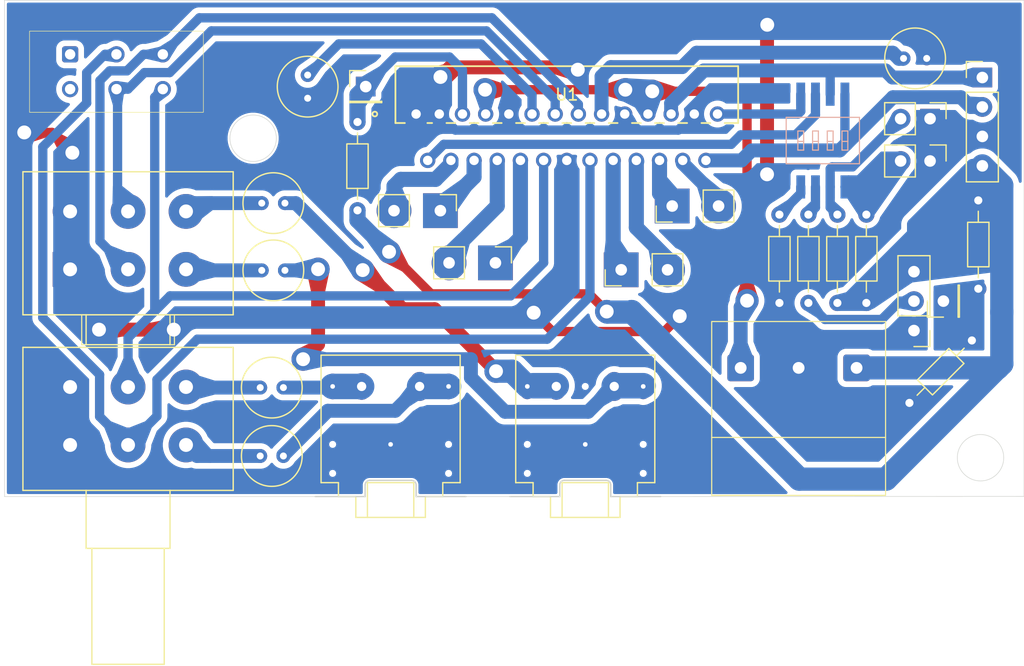
<source format=kicad_pcb>
(kicad_pcb (version 20241229) (generator "pcbnew") (generator_version "9.0")
  (layers (0 "F.Cu" signal) (2 "B.Cu" signal) (13 "F.Paste" user) (15 "B.Paste" user) (5 "F.SilkS" user "F.Silkscreen") (7 "B.SilkS" user "B.Silkscreen") (1 "F.Mask" user) (3 "B.Mask" user) (25 "Edge.Cuts" user))
  (net 0 "")
  (net 1 "GND")
  (net 2 "VCC")
  (net 3 "+5V")
  (net 4 "DTA")
  (net 5 "CLK")
  (net 6 "Net-(J9-Pin_2)")
  (net 7 "Net-(J10-Pin_2)")
  (net 8 "Net-(J11-Pin_2)")
  (net 9 "/3.2v")
  (net 10 "CD")
  (net 11 "Net-(R4-Pad1)")
  (net 12 "Net-(R7-Pad1)")
  (net 13 "Net-(U1-ACGND)")
  (net 14 "STBY")
  (net 15 "Out3-")
  (net 16 "Out1+")
  (net 17 "Out3+")
  (net 18 "Out2+")
  (net 19 "Out4+")
  (net 20 "Out1-")
  (net 21 "In4")
  (net 22 "Net-(U1-SVR)")
  (net 23 "In3")
  (net 24 "Out4-")
  (net 25 "SEL{slash}I2C")
  (net 26 "In1")
  (net 27 "Out2-")
  (net 28 "In2")
  (net 29 "Net-(C7-Pad2)")
  (net 30 "Net-(C6-Pad2)")
  (net 31 "Net-(C4-Pad2)")
  (net 32 "Net-(C5-Pad2)")
  (net 33 "Net-(C4-Pad1)")
  (net 34 "Net-(C5-Pad1)")
  (net 35 "Net-(C6-Pad1)")
  (net 36 "Net-(C7-Pad1)")
  (footprint "Connector_Audio:Jack_3.5mm_CUI_SJ1-3525N_Horizontal" (layer "F.Cu") (at 62.157 63.313)
    (property "Reference" "J6" (hide yes))
    (property "Value" "FB" (hide yes))
    (fp_line (start -2.2 3.5) (end -2.2 4.5) (stroke (width 0.12)) (layer "Edge.Cuts"))
    (fp_line (start -2.2 4.5) (end -6.5 4.5) (stroke (width 0.12)) (layer "Edge.Cuts"))
    (fp_line (start 1.8 3.1) (end -1.8 3.1) (stroke (width 0.12)) (layer "Edge.Cuts"))
    (fp_line (start 2.2 3.5) (end 2.2 4.5) (stroke (width 0.12)) (layer "Edge.Cuts"))
    (fp_line (start 2.2 4.5) (end 6.5 4.5) (stroke (width 0.12)) (layer "Edge.Cuts"))
    (fp_arc (start -2.2 3.5) (mid -2.082842 3.217158) (end -1.8 3.1) (stroke (width 0.12)) (layer "Edge.Cuts"))
    (fp_arc (start 1.8 3.1) (mid 2.082843 3.217157) (end 2.2 3.5) (stroke (width 0.12)) (layer "Edge.Cuts"))
    (pad "" np_thru_hole circle (at -5 0) (size 0.2 0.2) (drill 0.2) (layers "*.Cu" "*.Mask"))
    (pad "" np_thru_hole circle (at -5 2.5) (size 0.2 0.2) (drill 0.2) (layers "*.Cu" "*.Mask"))
    (pad "" np_thru_hole circle (at 0 -5) (size 0.2 0.2) (drill 0.2) (layers "*.Cu" "*.Mask"))
    (pad "" np_thru_hole circle (at 5 0) (size 0.2 0.2) (drill 0.2) (layers "*.Cu" "*.Mask"))
    (pad "" np_thru_hole circle (at 5 2.5) (size 0.2 0.2) (drill 0.2) (layers "*.Cu" "*.Mask"))
    (pad "R" thru_hole oval (at -5 -5) (size 1.2 2.2) (drill 0.4) (layers "*.Cu" "*.Mask") (net 29 "Net-(C7-Pad2)"))
    (pad "RN" thru_hole oval (at -2.5 -5) (size 1.6 2.3) (drill 0.8) (layers "*.Cu" "*.Mask") (net 29 "Net-(C7-Pad2)"))
    (pad "S" thru_hole oval (at 0 0) (size 2.2 1.2) (drill 0.4) (layers "*.Cu" "*.Mask") (net 1 "GND"))
    (pad "T" thru_hole oval (at 5 -5 180) (size 1.2 2.2) (drill 0.4) (layers "*.Cu" "*.Mask") (net 30 "Net-(C6-Pad2)"))
    (pad "TN" thru_hole oval (at 2.5 -5 180) (size 1.6 2.5) (drill 0.8) (layers "*.Cu" "*.Mask") (net 30 "Net-(C6-Pad2)"))
  )
  (footprint "footprints:FLEXIWATT27_VERTICAL_STM" (layer "F.Cu") (at 64.357 34.813)
    (property "Reference" "U1" (at 13 -1.6759 0) (layer "F.SilkS"))
    (property "Value" "TDA75610LV")
    (pad "1" thru_hole rect (at 0 0) (size 1.3208 1.3208) (drill 0.8128) (layers "*.Cu" "*.Mask") (net 1 "GND"))
    (pad "2" thru_hole circle (at 1.000001 4) (size 1.3208 1.3208) (drill 0.8128) (layers "*.Cu" "*.Mask") (net 14 "STBY"))
    (pad "3" thru_hole circle (at 2.000001 0) (size 1.3208 1.3208) (drill 0.8128) (layers "*.Cu" "*.Mask") (net 1 "GND"))
    (pad "4" thru_hole circle (at 2.999999 4) (size 1.3208 1.3208) (drill 0.8128) (layers "*.Cu" "*.Mask") (net 27 "Out2-"))
    (pad "5" thru_hole circle (at 4 0) (size 1.3208 1.3208) (drill 0.8128) (layers "*.Cu" "*.Mask") (net 10 "CD"))
    (pad "6" thru_hole circle (at 5 4) (size 1.3208 1.3208) (drill 0.8128) (layers "*.Cu" "*.Mask") (net 18 "Out2+"))
    (pad "7" thru_hole circle (at 6.000001 0) (size 1.3208 1.3208) (drill 0.8128) (layers "*.Cu" "*.Mask") (net 2 "VCC"))
    (pad "8" thru_hole circle (at 7.000001 4) (size 1.3208 1.3208) (drill 0.8128) (layers "*.Cu" "*.Mask") (net 20 "Out1-"))
    (pad "9" thru_hole circle (at 7.999999 0) (size 1.3208 1.3208) (drill 0.8128) (layers "*.Cu" "*.Mask") (net 1 "GND"))
    (pad "10" thru_hole circle (at 9 4) (size 1.3208 1.3208) (drill 0.8128) (layers "*.Cu" "*.Mask") (net 16 "Out1+"))
    (pad "11" thru_hole circle (at 10 0) (size 1.3208 1.3208) (drill 0.8128) (layers "*.Cu" "*.Mask") (net 22 "Net-(U1-SVR)"))
    (pad "12" thru_hole circle (at 11.000001 4) (size 1.3208 1.3208) (drill 0.8128) (layers "*.Cu" "*.Mask") (net 26 "In1"))
    (pad "13" thru_hole circle (at 12.000002 0) (size 1.3208 1.3208) (drill 0.8128) (layers "*.Cu" "*.Mask") (net 28 "In2"))
    (pad "14" thru_hole circle (at 13 4) (size 1.3208 1.3208) (drill 0.8128) (layers "*.Cu" "*.Mask") (net 1 "GND"))
    (pad "15" thru_hole circle (at 14 0) (size 1.3208 1.3208) (drill 0.8128) (layers "*.Cu" "*.Mask") (net 21 "In4"))
    (pad "16" thru_hole circle (at 15.000001 4) (size 1.3208 1.3208) (drill 0.8128) (layers "*.Cu" "*.Mask") (net 23 "In3"))
    (pad "17" thru_hole circle (at 16.000001 0) (size 1.3208 1.3208) (drill 0.8128) (layers "*.Cu" "*.Mask") (net 13 "Net-(U1-ACGND)"))
    (pad "18" thru_hole circle (at 17.000002 4) (size 1.3208 1.3208) (drill 0.8128) (layers "*.Cu" "*.Mask") (net 17 "Out3+"))
    (pad "19" thru_hole circle (at 18 0) (size 1.3208 1.3208) (drill 0.8128) (layers "*.Cu" "*.Mask") (net 1 "GND"))
    (pad "20" thru_hole circle (at 19 4) (size 1.3208 1.3208) (drill 0.8128) (layers "*.Cu" "*.Mask") (net 15 "Out3-"))
    (pad "21" thru_hole circle (at 20.000001 0) (size 1.3208 1.3208) (drill 0.8128) (layers "*.Cu" "*.Mask") (net 2 "VCC"))
    (pad "22" thru_hole circle (at 21.000001 4) (size 1.3208 1.3208) (drill 0.8128) (layers "*.Cu" "*.Mask") (net 19 "Out4+"))
    (pad "23" thru_hole circle (at 22.000002 0) (size 1.3208 1.3208) (drill 0.8128) (layers "*.Cu" "*.Mask") (net 5 "CLK"))
    (pad "24" thru_hole circle (at 23 4) (size 1.3208 1.3208) (drill 0.8128) (layers "*.Cu" "*.Mask") (net 24 "Out4-"))
    (pad "25" thru_hole circle (at 24 0) (size 1.3208 1.3208) (drill 0.8128) (layers "*.Cu" "*.Mask") (net 1 "GND"))
    (pad "26" thru_hole circle (at 25.000001 4) (size 1.3208 1.3208) (drill 0.8128) (layers "*.Cu" "*.Mask") (net 4 "DTA"))
    (pad "27" thru_hole circle (at 26.000001 0) (size 1.3208 1.3208) (drill 0.8128) (layers "*.Cu" "*.Mask") (net 25 "SEL{slash}I2C"))
  )
  (footprint "Potentiometer_THT:Potentiometer_Alps_RK163_Dual_Horizontal" (layer "F.Cu") (at 34.507 63.363 90)
    (property "Reference" "RV2" (hide yes))
    (property "Value" "50k")
    (pad "1" thru_hole rect (at 0 0 270) (size 3 3) (drill 1.2) (layers "*.Cu" "*.Mask") (net 1 "GND"))
    (pad "2" thru_hole circle (at 0 5 270) (size 3 3) (drill 1.2) (layers "*.Cu" "*.Mask") (net 23 "In3"))
    (pad "3" thru_hole circle (at 0 10 270) (size 3 3) (drill 1.2) (layers "*.Cu" "*.Mask") (net 35 "Net-(C6-Pad1)"))
    (pad "4" thru_hole circle (at 5 0 270) (size 3 3) (drill 1.2) (layers "*.Cu" "*.Mask") (net 1 "GND"))
    (pad "5" thru_hole circle (at 5 5 270) (size 3 3) (drill 1.2) (layers "*.Cu" "*.Mask") (net 26 "In1"))
    (pad "6" thru_hole circle (at 5 10 270) (size 3 3) (drill 1.2) (layers "*.Cu" "*.Mask") (net 36 "Net-(C7-Pad1)"))
  )
  (footprint "Connector_PinHeader_2.54mm:PinHeader_1x03_P2.54mm_Vertical" (layer "F.Cu") (at 107.307 53.493 180)
    (property "Reference" "J11" (hide yes))
    (property "Value" "ADSEL-STBY" (hide yes))
    (pad "1" thru_hole rect (at 0 0 180) (size 1.7 1.7) (drill 1) (layers "*.Cu" "*.Mask") (net 1 "GND"))
    (pad "2" thru_hole circle (at 0 2.54 180) (size 1.7 1.7) (drill 1) (layers "*.Cu" "*.Mask") (net 8 "Net-(J11-Pin_2)"))
    (pad "3" thru_hole circle (at 0 5.08 180) (size 1.7 1.7) (drill 1) (layers "*.Cu" "*.Mask") (net 3 "+5V"))
  )
  (footprint "Connector_PinHeader_2.54mm:PinHeader_1x01_P2.54mm_Vertical" (layer "F.Cu") (at 109.847 50.953 90)
    (property "Reference" "J12" (hide yes))
    (property "Value" "ADSEL-STBY-Mute" (hide yes))
    (pad "1" thru_hole rect (at 0 0 90) (size 1.7 1.7) (drill 1) (layers "*.Cu" "*.Mask") (net 9 "/3.2v"))
  )
  (footprint "Resistor_THT:R_Axial_DIN0204_L3.6mm_D1.6mm_P7.62mm_Horizontal" (layer "F.Cu") (at 100.7 43.49 -90)
    (property "Reference" "R9" (hide yes))
    (property "Value" "1k" (hide yes))
    (pad "1" thru_hole circle (at 0 0 270) (size 1.4 1.4) (drill 0.7) (layers "*.Cu" "*.Mask") (net 6 "Net-(J9-Pin_2)"))
    (pad "2" thru_hole circle (at 7.62 0 270) (size 1.4 1.4) (drill 0.7) (layers "*.Cu" "*.Mask") (net 3 "+5V"))
  )
  (footprint "Resistor_THT:R_Axial_DIN0204_L3.6mm_D1.6mm_P7.62mm_Horizontal" (layer "F.Cu") (at 98.2 43.49 -90)
    (property "Reference" "R4" (hide yes))
    (property "Value" "10k" (hide yes))
    (pad "1" thru_hole circle (at 0 0 270) (size 1.4 1.4) (drill 0.7) (layers "*.Cu" "*.Mask") (net 11 "Net-(R4-Pad1)"))
    (pad "2" thru_hole circle (at 7.62 0 270) (size 1.4 1.4) (drill 0.7) (layers "*.Cu" "*.Mask") (net 8 "Net-(J11-Pin_2)"))
  )
  (footprint "Connector_Audio:Jack_3.5mm_CUI_SJ1-3525N_Horizontal" (layer "F.Cu") (at 78.95 63.313)
    (property "Reference" "J7" (hide yes))
    (property "Value" "RL" (hide yes))
    (fp_line (start -2.2 3.5) (end -2.2 4.5) (stroke (width 0.12)) (layer "Edge.Cuts"))
    (fp_line (start -2.2 4.5) (end -6.5 4.5) (stroke (width 0.12)) (layer "Edge.Cuts"))
    (fp_line (start 1.8 3.1) (end -1.8 3.1) (stroke (width 0.12)) (layer "Edge.Cuts"))
    (fp_line (start 2.2 3.5) (end 2.2 4.5) (stroke (width 0.12)) (layer "Edge.Cuts"))
    (fp_line (start 2.2 4.5) (end 6.5 4.5) (stroke (width 0.12)) (layer "Edge.Cuts"))
    (fp_arc (start -2.2 3.5) (mid -2.082842 3.217158) (end -1.8 3.1) (stroke (width 0.12)) (layer "Edge.Cuts"))
    (fp_arc (start 1.8 3.1) (mid 2.082843 3.217157) (end 2.2 3.5) (stroke (width 0.12)) (layer "Edge.Cuts"))
    (pad "" np_thru_hole circle (at -5 0) (size 0.2 0.2) (drill 0.2) (layers "*.Cu" "*.Mask"))
    (pad "" np_thru_hole circle (at -5 2.5) (size 0.2 0.2) (drill 0.2) (layers "*.Cu" "*.Mask"))
    (pad "" np_thru_hole circle (at 0 -5) (size 0.2 0.2) (drill 0.2) (layers "*.Cu" "*.Mask"))
    (pad "" np_thru_hole circle (at 5 0) (size 0.2 0.2) (drill 0.2) (layers "*.Cu" "*.Mask"))
    (pad "" np_thru_hole circle (at 5 2.5) (size 0.2 0.2) (drill 0.2) (layers "*.Cu" "*.Mask"))
    (pad "R" thru_hole oval (at -5 -5) (size 1.2 2.2) (drill 0.4) (layers "*.Cu" "*.Mask") (net 31 "Net-(C4-Pad2)"))
    (pad "RN" thru_hole oval (at -2.5 -5) (size 1.6 2.3) (drill 0.8) (layers "*.Cu" "*.Mask") (net 31 "Net-(C4-Pad2)"))
    (pad "S" thru_hole oval (at 0 0) (size 2.2 1.2) (drill 0.4) (layers "*.Cu" "*.Mask") (net 1 "GND"))
    (pad "T" thru_hole oval (at 5 -5 180) (size 1.2 2.2) (drill 0.4) (layers "*.Cu" "*.Mask") (net 32 "Net-(C5-Pad2)"))
    (pad "TN" thru_hole oval (at 2.5 -5 180) (size 1.6 2.5) (drill 0.8) (layers "*.Cu" "*.Mask") (net 32 "Net-(C5-Pad2)"))
  )
  (footprint "Connectors:PinHeader_1x02_P4mm_Vertical" (layer "F.Cu") (at 66.45 43.15 -90)
    (property "Reference" "J3" (hide yes))
    (property "Value" "Output1" (hide yes))
    (pad "1" thru_hole rect (at 0 0 270) (size 3 3) (drill 1) (layers "*.Cu" "*.Mask") (net 18 "Out2+"))
    (pad "2" thru_hole circle (at 0 4 270) (size 3 3) (drill 1) (layers "*.Cu" "*.Mask") (net 27 "Out2-"))
  )
  (footprint "Connectors:PinHeader_1x02_P4mm_Vertical" (layer "F.Cu") (at 71.2 47.65 -90)
    (property "Reference" "J2" (hide yes))
    (property "Value" "Output1" (hide yes))
    (pad "1" thru_hole rect (at 0 0 270) (size 3 3) (drill 1) (layers "*.Cu" "*.Mask") (net 16 "Out1+"))
    (pad "2" thru_hole circle (at 0 4 270) (size 3 3) (drill 1) (layers "*.Cu" "*.Mask") (net 20 "Out1-"))
  )
  (footprint "Resistor_THT:R_Axial_DIN0204_L3.6mm_D1.6mm_P7.62mm_Horizontal" (layer "F.Cu") (at 106.915924 59.734077 45)
    (property "Reference" "R5" (hide yes))
    (property "Value" "1k")
    (pad "1" thru_hole circle (at 0 0 45) (size 1.4 1.4) (drill 0.7) (layers "*.Cu" "*.Mask") (net 1 "GND"))
    (pad "2" thru_hole circle (at 7.62 0 45) (size 1.4 1.4) (drill 0.7) (layers "*.Cu" "*.Mask") (net 9 "/3.2v"))
  )
  (footprint "Connector_PinHeader_2.54mm:PinHeader_1x04_P2.54mm_Vertical" (layer "F.Cu") (at 113.207 31.663)
    (property "Reference" "J8" (hide yes))
    (property "Value" "I2C")
    (pad "1" thru_hole rect (at 0 0) (size 1.7 1.7) (drill 1) (layers "*.Cu" "*.Mask") (net 5 "CLK"))
    (pad "2" thru_hole circle (at 0 2.54) (size 1.7 1.7) (drill 1) (layers "*.Cu" "*.Mask") (net 4 "DTA"))
    (pad "3" thru_hole circle (at 0 5.08) (size 1.7 1.7) (drill 1) (layers "*.Cu" "*.Mask") (net 1 "GND"))
    (pad "4" thru_hole circle (at 0 7.62) (size 1.7 1.7) (drill 1) (layers "*.Cu" "*.Mask") (net 3 "+5V"))
  )
  (footprint "Resistor_THT:R_Axial_DIN0204_L3.6mm_D1.6mm_P7.62mm_Horizontal" (layer "F.Cu") (at 95.7 43.49 -90)
    (property "Reference" "R7" (hide yes))
    (property "Value" "330" (hide yes))
    (pad "1" thru_hole circle (at 0 0 270) (size 1.4 1.4) (drill 0.7) (layers "*.Cu" "*.Mask") (net 12 "Net-(R7-Pad1)"))
    (pad "2" thru_hole circle (at 7.62 0 270) (size 1.4 1.4) (drill 0.7) (layers "*.Cu" "*.Mask") (net 1 "GND"))
  )
  (footprint "Connectors:PinHeader_1x02_P4mm_Vertical" (layer "F.Cu") (at 82.05 48.25 90)
    (property "Reference" "J4" (hide yes))
    (property "Value" "Output1" (hide yes))
    (pad "1" thru_hole rect (at 0 0 90) (size 3 3) (drill 1) (layers "*.Cu" "*.Mask") (net 17 "Out3+"))
    (pad "2" thru_hole circle (at 0 4 90) (size 3 3) (drill 1) (layers "*.Cu" "*.Mask") (net 15 "Out3-"))
  )
  (footprint "Capacitor_THT:C_Radial_D5.0mm_H7.0mm_P2.00mm" (layer "F.Cu") (at 50.907 64.313)
    (property "Reference" "C6" (hide yes))
    (property "Value" ".22u")
    (pad "1" thru_hole circle (at 0 0) (size 1.2 1.2) (drill 0.6) (layers "*.Cu" "*.Mask") (net 35 "Net-(C6-Pad1)"))
    (pad "2" thru_hole circle (at 2 0) (size 1.2 1.2) (drill 0.6) (layers "*.Cu" "*.Mask") (net 30 "Net-(C6-Pad2)"))
  )
  (footprint "Resistor_THT:R_Axial_DIN0204_L3.6mm_D1.6mm_P7.62mm_Horizontal" (layer "F.Cu") (at 112.857 42.263 -90)
    (property "Reference" "R6" (hide yes))
    (property "Value" "560")
    (pad "1" thru_hole circle (at 0 0 270) (size 1.4 1.4) (drill 0.7) (layers "*.Cu" "*.Mask") (net 3 "+5V"))
    (pad "2" thru_hole circle (at 7.62 0 270) (size 1.4 1.4) (drill 0.7) (layers "*.Cu" "*.Mask") (net 9 "/3.2v"))
  )
  (footprint "Capacitor_THT:C_Radial_D5.0mm_H7.0mm_P2.00mm" (layer "F.Cu") (at 51.040342 42.5)
    (property "Reference" "C4" (hide yes))
    (property "Value" ".22u" (hide yes))
    (pad "1" thru_hole circle (at 0 0) (size 1.2 1.2) (drill 0.6) (layers "*.Cu" "*.Mask") (net 33 "Net-(C4-Pad1)"))
    (pad "2" thru_hole circle (at 2 0) (size 1.2 1.2) (drill 0.6) (layers "*.Cu" "*.Mask") (net 31 "Net-(C4-Pad2)"))
  )
  (footprint "Connector_PinHeader_2.54mm:PinHeader_1x01_P2.54mm_Vertical" (layer "F.Cu") (at 60.008806 32.445509)
    (property "Reference" "J13" (hide yes))
    (property "Value" "Clip Detector Out" (hide yes))
    (pad "1" thru_hole rect (at 0 0) (size 1.7 1.7) (drill 1) (layers "*.Cu" "*.Mask") (net 10 "CD"))
  )
  (footprint "Capacitor_THT:C_Radial_D5.0mm_H7.0mm_P2.00mm" (layer "F.Cu") (at 50.907 58.413)
    (property "Reference" "C7" (hide yes))
    (property "Value" ".22u")
    (pad "1" thru_hole circle (at 0 0) (size 1.2 1.2) (drill 0.6) (layers "*.Cu" "*.Mask") (net 36 "Net-(C7-Pad1)"))
    (pad "2" thru_hole circle (at 2 0) (size 1.2 1.2) (drill 0.6) (layers "*.Cu" "*.Mask") (net 29 "Net-(C7-Pad2)"))
  )
  (footprint "Resistor_THT:R_Axial_DIN0204_L3.6mm_D1.6mm_P7.62mm_Horizontal" (layer "F.Cu") (at 59.3 43.12 90)
    (property "Reference" "R10" (hide yes))
    (property "Value" "47k")
    (pad "1" thru_hole circle (at 0 0 90) (size 1.4 1.4) (drill 0.7) (layers "*.Cu" "*.Mask") (net 3 "+5V"))
    (pad "2" thru_hole circle (at 7.62 0 90) (size 1.4 1.4) (drill 0.7) (layers "*.Cu" "*.Mask") (net 10 "CD"))
  )
  (footprint "Potentiometer_THT:Potentiometer_Alps_RK163_Dual_Horizontal" (layer "F.Cu") (at 34.507 48.213 90)
    (property "Reference" "RV1" (hide yes))
    (property "Value" "50k")
    (pad "1" thru_hole rect (at 0 0 270) (size 3 3) (drill 1.2) (layers "*.Cu" "*.Mask") (net 1 "GND"))
    (pad "2" thru_hole circle (at 0 5 270) (size 3 3) (drill 1.2) (layers "*.Cu" "*.Mask") (net 21 "In4"))
    (pad "3" thru_hole circle (at 0 10 270) (size 3 3) (drill 1.2) (layers "*.Cu" "*.Mask") (net 34 "Net-(C5-Pad1)"))
    (pad "4" thru_hole circle (at 5 0 270) (size 3 3) (drill 1.2) (layers "*.Cu" "*.Mask") (net 1 "GND"))
    (pad "5" thru_hole circle (at 5 5 270) (size 3 3) (drill 1.2) (layers "*.Cu" "*.Mask") (net 28 "In2"))
    (pad "6" thru_hole circle (at 5 10 270) (size 3 3) (drill 1.2) (layers "*.Cu" "*.Mask") (net 33 "Net-(C4-Pad1)"))
  )
  (footprint "Button_Switch_THT:SW_CK_JS202011CQN_DPDT_Straight" (layer "F.Cu") (at 34.507 29.663)
    (property "Reference" "SW1" (hide yes))
    (property "Value" "2C/4C")
    (pad "1" thru_hole roundrect (at 0 0) (size 1.4 1.4) (drill 0.9) (layers "*.Cu" "*.Mask") (roundrect_rratio 0.1785714286))
    (pad "2" thru_hole circle (at 4 0) (size 1.4 1.4) (drill 0.9) (layers "*.Cu" "*.Mask") (net 23 "In3"))
    (pad "3" thru_hole circle (at 8 0) (size 1.4 1.4) (drill 0.9) (layers "*.Cu" "*.Mask") (net 21 "In4"))
    (pad "4" thru_hole circle (at 8 3) (size 1.4 1.4) (drill 0.9) (layers "*.Cu" "*.Mask") (net 26 "In1"))
    (pad "5" thru_hole circle (at 4 3) (size 1.4 1.4) (drill 0.9) (layers "*.Cu" "*.Mask") (net 28 "In2"))
    (pad "6" thru_hole circle (at 0 3) (size 1.4 1.4) (drill 0.9) (layers "*.Cu" "*.Mask"))
  )
  (footprint "Capacitor_THT:C_Radial_D5.0mm_H7.0mm_P2.00mm" (layer "F.Cu") (at 106.407 30.013)
    (property "Reference" "C8" (hide yes))
    (property "Value" ".22u" (hide yes))
    (pad "1" thru_hole circle (at 0 0) (size 1.2 1.2) (drill 0.6) (layers "*.Cu" "*.Mask") (net 13 "Net-(U1-ACGND)"))
    (pad "2" thru_hole circle (at 2 0) (size 1.2 1.2) (drill 0.6) (layers "*.Cu" "*.Mask") (net 1 "GND"))
  )
  (footprint "Connectors:BlockTerminal_1x03_15mmx15mm_P5mm_Vertical" (layer "F.Cu") (at 92.357 56.713)
    (property "Reference" "J15" (hide yes))
    (property "Value" "Out")
    (pad "1" thru_hole roundrect (at 0 0 90) (size 2.3 2.3) (drill 1.02) (layers "*.Cu" "*.Mask") (roundrect_rratio 0.1086956522) (net 2 "VCC"))
    (pad "2" thru_hole roundrect (at 5 0 90) (size 2.3 2.3) (drill 1.02) (layers "*.Cu" "*.Mask") (roundrect_rratio 0.1923076923) (net 1 "GND"))
    (pad "3" thru_hole roundrect (at 10 0 90) (size 2.3 2.3) (drill 1.02) (layers "*.Cu" "*.Mask") (roundrect_rratio 0.1086956522) (net 3 "+5V"))
  )
  (footprint "Capacitor_THT:C_Radial_D5.0mm_H7.0mm_P2.00mm" (layer "F.Cu") (at 51.040342 48.3)
    (property "Reference" "C5" (hide yes))
    (property "Value" ".22u")
    (pad "1" thru_hole circle (at 0 0) (size 1.2 1.2) (drill 0.6) (layers "*.Cu" "*.Mask") (net 34 "Net-(C5-Pad1)"))
    (pad "2" thru_hole circle (at 2 0) (size 1.2 1.2) (drill 0.6) (layers "*.Cu" "*.Mask") (net 32 "Net-(C5-Pad2)"))
  )
  (footprint "Resistor_THT:R_Axial_DIN0204_L3.6mm_D1.6mm_P7.62mm_Horizontal" (layer "F.Cu") (at 103.2 43.49 -90)
    (property "Reference" "R8" (hide yes))
    (property "Value" "1k" (hide yes))
    (pad "1" thru_hole circle (at 0 0 270) (size 1.4 1.4) (drill 0.7) (layers "*.Cu" "*.Mask") (net 7 "Net-(J10-Pin_2)"))
    (pad "2" thru_hole circle (at 7.62 0 270) (size 1.4 1.4) (drill 0.7) (layers "*.Cu" "*.Mask") (net 3 "+5V"))
  )
  (footprint "Connectors:PinHeader_1x02_P4mm_Vertical" (layer "F.Cu") (at 86.45 42.75 90)
    (property "Reference" "J5" (hide yes))
    (property "Value" "Output1" (hide yes))
    (pad "1" thru_hole rect (at 0 0 90) (size 3 3) (drill 1) (layers "*.Cu" "*.Mask") (net 19 "Out4+"))
    (pad "2" thru_hole circle (at 0 4 90) (size 3 3) (drill 1) (layers "*.Cu" "*.Mask") (net 24 "Out4-"))
  )
  (footprint "Connector_PinHeader_2.54mm:PinHeader_1x02_P2.54mm_Vertical" (layer "F.Cu") (at 108.697 38.863 -90)
    (property "Reference" "J10" (hide yes))
    (property "Value" "ADSEL-Gain" (hide yes))
    (pad "1" thru_hole rect (at 0 0 270) (size 1.7 1.7) (drill 1) (layers "*.Cu" "*.Mask") (net 1 "GND"))
    (pad "2" thru_hole circle (at 0 2.54 270) (size 1.7 1.7) (drill 1) (layers "*.Cu" "*.Mask") (net 7 "Net-(J10-Pin_2)"))
  )
  (footprint "Connector_PinHeader_2.54mm:PinHeader_1x02_P2.54mm_Vertical" (layer "F.Cu") (at 108.697 35.213 -90)
    (property "Reference" "J9" (hide yes))
    (property "Value" "ADSEL-HE" (hide yes))
    (pad "1" thru_hole rect (at 0 0 270) (size 1.7 1.7) (drill 1) (layers "*.Cu" "*.Mask") (net 1 "GND"))
    (pad "2" thru_hole circle (at 0 2.54 270) (size 1.7 1.7) (drill 1) (layers "*.Cu" "*.Mask") (net 6 "Net-(J9-Pin_2)"))
  )
  (footprint "Capacitor_THT:C_Radial_D5.0mm_H7.0mm_P2.00mm" (layer "F.Cu") (at 55 31.45 -90)
    (property "Reference" "C3" (hide yes))
    (property "Value" "10u")
    (pad "1" thru_hole circle (at 0 0 270) (size 1.2 1.2) (drill 0.6) (layers "*.Cu" "*.Mask") (net 22 "Net-(U1-SVR)"))
    (pad "2" thru_hole circle (at 2 0 270) (size 1.2 1.2) (drill 0.6) (layers "*.Cu" "*.Mask") (net 1 "GND"))
  )
  (footprint "footprints:A6H-4101" (layer "B.Cu") (at 99.445 37.1 180)
    (property "Reference" "SW2" (hide yes))
    (property "Value" "Mode" (hide yes))
    (pad "1" smd rect (at -1.905 -4 180) (size 0.76 2) (layers "B.Cu" "B.Mask" "B.Paste") (net 7 "Net-(J10-Pin_2)"))
    (pad "2" smd rect (at -0.635 -4 180) (size 0.76 2) (layers "B.Cu" "B.Mask" "B.Paste") (net 6 "Net-(J9-Pin_2)"))
    (pad "3" smd rect (at 0.635 -4 180) (size 0.76 2) (layers "B.Cu" "B.Mask" "B.Paste") (net 11 "Net-(R4-Pad1)"))
    (pad "4" smd rect (at 1.905 -4 180) (size 0.76 2) (layers "B.Cu" "B.Mask" "B.Paste") (net 12 "Net-(R7-Pad1)"))
    (pad "5" smd rect (at 1.905 4 180) (size 0.76 2) (layers "B.Cu" "B.Mask" "B.Paste") (net 25 "SEL{slash}I2C"))
    (pad "6" smd rect (at 0.635 4 180) (size 0.76 2) (layers "B.Cu" "B.Mask" "B.Paste") (net 14 "STBY"))
    (pad "7" smd rect (at -0.635 4 180) (size 0.76 2) (layers "B.Cu" "B.Mask" "B.Paste") (net 5 "CLK"))
    (pad "8" smd rect (at -1.905 4 180) (size 0.76 2) (layers "B.Cu" "B.Mask" "B.Paste") (net 4 "DTA"))
  )
  (gr_poly (pts (xy 84.907 34.863) (xy 85.507 33.163) (xy 84.907 31.963) (xy 82.357 31.813) (xy 81.85143 33.54447) (xy 83.107 33.85) (xy 83.757 34.863)) (stroke (width 0.2)) (fill yes) (layer "B.Cu") (net 2))
  (gr_poly (pts (xy 107.141173 49.246667) (xy 113.9 48.4) (xy 114.45 40.7) (xy 112.5 40.25) (xy 109.55 42.55) (xy 100.65 51.7) (xy 103.35 51.7) (xy 103.845735 51.469245)) (stroke (width 0.2)) (fill yes) (layer "B.Cu") (net 3))
  (gr_poly (pts (xy 101.65 40.2) (xy 102.45 40.2) (xy 104.5 38.15) (xy 106.2 38.15) (xy 106.7 39.35) (xy 103.8 43.491) (xy 102.6 43.5) (xy 101.65 42.05)) (stroke (width 0.2)) (fill yes) (layer "B.Cu") (net 7))
  (gr_line (start 116.8 67.8) (end 116.8 25) (stroke (width 0.05)) (layer "Edge.Cuts"))
  (gr_line (start 116.8 25) (end 28.85 25) (stroke (width 0.05)) (layer "Edge.Cuts"))
  (gr_line (start 28.85 25) (end 28.85 67.813) (stroke (width 0.05)) (layer "Edge.Cuts"))
  (gr_line (start 28.85 67.813) (end 55.657 67.813) (stroke (width 0.05)) (layer "Edge.Cuts"))
  (gr_circle (center 50.297502 36.9) (end 52.297502 37) (stroke (width 0.05)) (fill no) (layer "Edge.Cuts"))
  (gr_circle (center 113.05 64.462498) (end 115.05 64.562498) (stroke (width 0.05)) (fill no) (layer "Edge.Cuts"))
  (gr_line (start 85.45 67.813) (end 116.8 67.8) (stroke (width 0.05)) (layer "Edge.Cuts"))
  (gr_line (start 68.657 67.813) (end 72.45 67.813) (stroke (width 0.05)) (layer "Edge.Cuts"))
  (segment (start 30.55 36.4) (end 32.95 36.4) (width 0.8) (layer "F.Cu") (net 1))
  (segment (start 37 53.413) (end 43.45 53.413) (width 1.2) (layer "F.Cu") (net 1))
  (segment (start 74.5 51.95) (end 76.126 53.576) (width 0.8) (layer "F.Cu") (net 1))
  (segment (start 94.65 27.113) (end 94.65 28.07) (width 1.2) (layer "F.Cu") (net 1))
  (segment (start 94.632 28.088) (end 94.632 40.013) (width 1.2) (layer "F.Cu") (net 1))
  (segment (start 66.457 31.617) (end 67.287 30.787) (width 1.2) (layer "F.Cu") (net 1))
  (segment (start 85.774 53.576) (end 87.1 52.25) (width 0.8) (layer "F.Cu") (net 1))
  (segment (start 78.106 30.787) (end 78.307 30.988) (width 1.2) (layer "F.Cu") (net 1))
  (segment (start 94.65 28.07) (end 94.632 28.088) (width 1.2) (layer "F.Cu") (net 1))
  (segment (start 32.95 36.4) (end 34.7 38.15) (width 0.8) (layer "F.Cu") (net 1))
  (segment (start 67.287 30.787) (end 78.106 30.787) (width 1.2) (layer "F.Cu") (net 1))
  (segment (start 76.126 53.576) (end 85.774 53.576) (width 0.8) (layer "F.Cu") (net 1))
  (via (at 37 53.413) (size 2) (drill 1.2) (layers "F.Cu" "B.Cu") (net 1))
  (via (at 74.5 51.95) (size 2) (drill 1.2) (layers "F.Cu" "B.Cu") (net 1))
  (via (at 30.55 36.4) (size 2) (drill 1.2) (layers "F.Cu" "B.Cu") (net 1))
  (via (at 87.1 52.25) (size 2) (drill 1.2) (layers "F.Cu" "B.Cu") (net 1))
  (via (at 94.632 40.013) (size 2) (drill 1.2) (layers "F.Cu" "B.Cu") (net 1))
  (via (at 43.45 53.413) (size 2) (drill 1.2) (layers "F.Cu" "B.Cu") (net 1))
  (via (at 94.65 27.113) (size 2) (drill 1.2) (layers "F.Cu" "B.Cu") (net 1))
  (via (at 78.307 30.988) (size 2) (drill 1.2) (layers "F.Cu" "B.Cu") (net 1))
  (via (at 66.457 31.617) (size 2) (drill 1.2) (layers "F.Cu" "B.Cu") (net 1))
  (via (at 34.7 38.15) (size 2) (drill 1.2) (layers "F.Cu" "B.Cu") (net 1))
  (segment (start 66.357001 31.716999) (end 66.457 31.617) (width 1.2) (layer "B.Cu") (net 1))
  (segment (start 66.357001 34.813) (end 66.357001 31.716999) (width 1.2) (layer "B.Cu") (net 1))
  (segment (start 108.697 39.303) (end 108.707 39.313) (width 1.2) (layer "B.Cu") (net 1))
  (segment (start 66.357001 34.813) (end 67.743401 36.1994) (width 0.8) (layer "B.Cu") (net 1))
  (segment (start 58.6 37.05) (end 55 33.45) (width 0.8) (layer "B.Cu") (net 1))
  (segment (start 64.357 34.813) (end 66.357001 34.813) (width 1.2) (layer "B.Cu") (net 1))
  (segment (start 86.9706 36.1994) (end 88.357 34.813) (width 0.8) (layer "B.Cu") (net 1))
  (segment (start 62.12 37.05) (end 58.6 37.05) (width 0.8) (layer "B.Cu") (net 1))
  (segment (start 94.607 40.363) (end 94.607 40.038) (width 1.2) (layer "B.Cu") (net 1))
  (segment (start 94.607 40.038) (end 94.632 40.013) (width 1.2) (layer "B.Cu") (net 1))
  (segment (start 67.743401 36.1994) (end 86.9706 36.1994) (width 0.8) (layer "B.Cu") (net 1))
  (segment (start 62.12 37.05) (end 64.357 34.813) (width 0.8) (layer "B.Cu") (net 1))
  (segment (start 92.907 32.850906) (end 92.907 50.913) (width 0.8) (layer "F.Cu") (net 2))
  (segment (start 82.407 32.713) (end 70.307 32.713) (width 0.8) (layer "F.Cu") (net 2))
  (segment (start 84.729569 32.850906) (end 92.907 32.850906) (width 0.8) (layer "F.Cu") (net 2))
  (via (at 70.307 32.713) (size 2) (drill 1.2) (layers "F.Cu" "B.Cu") (net 2))
  (via (at 82.407 32.713) (size 2) (drill 1.2) (layers "F.Cu" "B.Cu") (net 2))
  (via (at 84.729569 32.850906) (size 2) (drill 1.2) (layers "F.Cu" "B.Cu") (net 2))
  (via (at 92.907 50.913) (size 2) (drill 1.2) (layers "F.Cu" "B.Cu") (net 2))
  (segment (start 84.407 34.763001) (end 84.357001 34.813) (width 0.8) (layer "B.Cu") (net 2))
  (segment (start 92.357 56.713) (end 92.357 51.463) (width 1.2) (layer "B.Cu") (net 2))
  (segment (start 82.407 32.713) (end 84.591663 32.713) (width 0.8) (layer "B.Cu") (net 2))
  (segment (start 70.357001 32.763001) (end 70.307 32.713) (width 0.8) (layer "B.Cu") (net 2))
  (segment (start 84.591663 32.713) (end 84.729569 32.850906) (width 0.8) (layer "B.Cu") (net 2))
  (segment (start 84.407 34.713) (end 84.407 34.763001) (width 0.8) (layer "B.Cu") (net 2))
  (segment (start 84.357001 34.813) (end 84.357001 33.223474) (width 0.8) (layer "B.Cu") (net 2))
  (segment (start 84.357001 33.223474) (end 84.729569 32.850906) (width 0.8) (layer "B.Cu") (net 2))
  (segment (start 82.407 32.713) (end 84.407 34.713) (width 0.8) (layer "B.Cu") (net 2))
  (segment (start 92.357 51.463) (end 92.907 50.913) (width 1.2) (layer "B.Cu") (net 2))
  (segment (start 70.357001 34.813) (end 70.357001 32.763001) (width 0.8) (layer "B.Cu") (net 2))
  (segment (start 79.274 50.324) (end 65.648 50.324) (width 0.8) (layer "F.Cu") (net 3))
  (segment (start 65.648 50.324) (end 62.024 46.7) (width 0.8) (layer "F.Cu") (net 3))
  (segment (start 80.8 51.85) (end 79.274 50.324) (width 0.8) (layer "F.Cu") (net 3))
  (via (at 80.8 51.85) (size 2) (drill 1.2) (layers "F.Cu" "B.Cu") (net 3))
  (via (at 62.024 46.7) (size 2) (drill 1.2) (layers "F.Cu" "B.Cu") (net 3))
  (segment (start 107.307 44.363) (end 112.387 39.283) (width 1.2) (layer "B.Cu") (net 3))
  (segment (start 105.897 48.413) (end 107.307 48.413) (width 0.8) (layer "B.Cu") (net 3))
  (segment (start 114.85 56.36) (end 104.898 66.312) (width 2) (layer "B.Cu") (net 3))
  (segment (start 113.207 39.283) (end 101.38 51.11) (width 1.2) (layer "B.Cu") (net 3))
  (segment (start 59.3 43.12) (end 59.3 43.976) (width 1.4) (layer "B.Cu") (net 3))
  (segment (start 82.9 51.9) (end 80.85 51.9) (width 2) (layer "B.Cu") (net 3))
  (segment (start 112.387 39.283) (end 113.207 39.283) (width 1.2) (layer "B.Cu") (net 3))
  (segment (start 112.857 39.633) (end 113.207 39.283) (width 0.8) (layer "B.Cu") (net 3))
  (segment (start 82.95 51.85) (end 82.9 51.9) (width 2) (layer "B.Cu") (net 3))
  (segment (start 107.307 48.413) (end 107.307 44.363) (width 1.2) (layer "B.Cu") (net 3))
  (segment (start 114.883 40.959) (end 114.883 56.36) (width 2) (layer "B.Cu") (net 3))
  (segment (start 80.85 51.9) (end 80.8 51.85) (width 2) (layer "B.Cu") (net 3))
  (segment (start 113.357 39.433) (end 113.207 39.283) (width 1.2) (layer "B.Cu") (net 3))
  (segment (start 101.38 51.11) (end 100.7 51.11) (width 1.2) (layer "B.Cu") (net 3))
  (segment (start 114.883 56.36) (end 114.85 56.36) (width 2) (layer "B.Cu") (net 3))
  (segment (start 104.898 66.312) (end 97.412 66.312) (width 2) (layer "B.Cu") (net 3))
  (segment (start 114.53 56.713) (end 102.357 56.713) (width 2) (layer "B.Cu") (net 3))
  (segment (start 100.7 51.11) (end 103.2 51.11) (width 0.8) (layer "B.Cu") (net 3))
  (segment (start 59.3 43.976) (end 62.024 46.7) (width 1.4) (layer "B.Cu") (net 3))
  (segment (start 97.412 66.312) (end 82.95 51.85) (width 2) (layer "B.Cu") (net 3))
  (segment (start 103.2 51.11) (end 105.897 48.413) (width 0.8) (layer "B.Cu") (net 3))
  (segment (start 114.883 56.36) (end 114.53 56.713) (width 2) (layer "B.Cu") (net 3))
  (segment (start 112.857 42.263) (end 112.857 39.633) (width 0.8) (layer "B.Cu") (net 3))
  (segment (start 114.883 51.942197) (end 114.883 51.85) (width 2) (layer "B.Cu") (net 3))
  (segment (start 113.207 39.283) (end 114.883 40.959) (width 2) (layer "B.Cu") (net 3))
  (segment (start 101.454178 37.404178) (end 105.495356 33.363) (width 1.2) (layer "B.Cu") (net 4))
  (segment (start 105.495356 33.363) (end 111.355 33.363) (width 1.2) (layer "B.Cu") (net 4))
  (segment (start 92.44 38.813) (end 93.303 37.95) (width 1.2) (layer "B.Cu") (net 4))
  (segment (start 89.357001 38.813) (end 92.44 38.813) (width 1.2) (layer "B.Cu") (net 4))
  (segment (start 101.35 37.3) (end 101.454178 37.404178) (width 0.8) (layer "B.Cu") (net 4))
  (segment (start 113.207 34.203) (end 112.195 34.203) (width 1.2) (layer "B.Cu") (net 4))
  (segment (start 101.35 33.1) (end 101.35 37.3) (width 0.8) (layer "B.Cu") (net 4))
  (segment (start 112.195 34.203) (end 111.355 33.363) (width 1.2) (layer "B.Cu") (net 4))
  (segment (start 100.908356 37.95) (end 101.454178 37.404178) (width 1.2) (layer "B.Cu") (net 4))
  (segment (start 93.303 37.95) (end 100.908356 37.95) (width 1.2) (layer "B.Cu") (net 4))
  (segment (start 86.357002 34.813) (end 86.357002 33.879054) (width 1.2) (layer "B.Cu") (net 5))
  (segment (start 86.357002 33.879054) (end 89.186056 31.05) (width 1.2) (layer "B.Cu") (net 5))
  (segment (start 105.463 31.663) (end 113.207 31.663) (width 1.2) (layer "B.Cu") (net 5))
  (segment (start 113.006 31.462) (end 113.207 31.663) (width 0.8) (layer "B.Cu") (net 5))
  (segment (start 100.05 31.05) (end 104.85 31.05) (width 1.2) (layer "B.Cu") (net 5))
  (segment (start 100.08 31.08) (end 100.05 31.05) (width 0.8) (layer "B.Cu") (net 5))
  (segment (start 89.186056 31.05) (end 100.05 31.05) (width 1.2) (layer "B.Cu") (net 5))
  (segment (start 100.08 33.1) (end 100.08 31.08) (width 0.8) (layer "B.Cu") (net 5))
  (segment (start 104.85 31.05) (end 105.463 31.663) (width 1.2) (layer "B.Cu") (net 5))
  (segment (start 101.996 39.374) (end 106.157 35.213) (width 0.8) (layer "B.Cu") (net 6))
  (segment (start 100.244 39.374) (end 101.996 39.374) (width 0.8) (layer "B.Cu") (net 6))
  (segment (start 100.08 41.1) (end 100.08 42.87) (width 0.8) (layer "B.Cu") (net 6))
  (segment (start 100.08 39.538) (end 100.244 39.374) (width 0.8) (layer "B.Cu") (net 6))
  (segment (start 100.08 41.1) (end 100.08 39.538) (width 0.8) (layer "B.Cu") (net 6))
  (segment (start 100.08 42.87) (end 100.7 43.49) (width 0.8) (layer "B.Cu") (net 6))
  (segment (start 101.35 41.1) (end 102.48 41.1) (width 0.8) (layer "B.Cu") (net 7))
  (segment (start 103.2 43.49) (end 103.2 41.82) (width 0.8) (layer "B.Cu") (net 7))
  (segment (start 102.48 41.1) (end 103.2 41.82) (width 0.8) (layer "B.Cu") (net 7))
  (segment (start 103.2 41.82) (end 106.157 38.863) (width 0.8) (layer "B.Cu") (net 7))
  (segment (start 99.626 52.536) (end 104.521919 52.536) (width 0.8) (layer "B.Cu") (net 8))
  (segment (start 98.2 51.11) (end 99.626 52.536) (width 0.8) (layer "B.Cu") (net 8))
  (segment (start 106.104919 50.953) (end 107.307 50.953) (width 0.8) (layer "B.Cu") (net 8))
  (segment (start 104.521919 52.536) (end 106.104919 50.953) (width 0.8) (layer "B.Cu") (net 8))
  (segment (start 110.057 51.163) (end 109.847 50.953) (width 1.2) (layer "B.Cu") (net 9))
  (segment (start 68.357 34.813) (end 68.357 31.013) (width 0.8) (layer "B.Cu") (net 10))
  (segment (start 67.236 29.892) (end 62.562315 29.892) (width 0.8) (layer "B.Cu") (net 10))
  (segment (start 59.3 35.5) (end 59.3 33.154315) (width 1.4) (layer "B.Cu") (net 10))
  (segment (start 68.357 31.013) (end 67.236 29.892) (width 0.8) (layer "B.Cu") (net 10))
  (segment (start 59.3 33.154315) (end 60.008806 32.445509) (width 1.4) (layer "B.Cu") (net 10))
  (segment (start 62.562315 29.892) (end 60.009513 32.444802) (width 0.8) (layer "B.Cu") (net 10))
  (segment (start 98.81 42.88) (end 98.2 43.49) (width 0.8) (layer "B.Cu") (net 11))
  (segment (start 98.81 41.1) (end 98.81 42.88) (width 0.8) (layer "B.Cu") (net 11))
  (segment (start 97.54 41.1) (end 97.54 41.65) (width 0.8) (layer "B.Cu") (net 12))
  (segment (start 97.54 41.65) (end 95.7 43.49) (width 0.8) (layer "B.Cu") (net 12))
  (segment (start 87.314966 30.763) (end 88.553966 29.524) (width 1.2) (layer "B.Cu") (net 13))
  (segment (start 106.00809 30.05) (end 106.37 30.05) (width 1.2) (layer "B.Cu") (net 13))
  (segment (start 88.553966 29.524) (end 105.48209 29.524) (width 1.2) (layer "B.Cu") (net 13))
  (segment (start 106.37 30.05) (end 106.407 30.013) (width 1.2) (layer "B.Cu") (net 13))
  (segment (start 105.48209 29.524) (end 106.00809 30.05) (width 1.2) (layer "B.Cu") (net 13))
  (segment (start 81.157001 30.763) (end 87.314966 30.763) (width 1.2) (layer "B.Cu") (net 13))
  (segment (start 80.357001 31.563) (end 81.157001 30.763) (width 1.2) (layer "B.Cu") (net 13))
  (segment (start 80.357001 34.813) (end 80.357001 31.563) (width 1.2) (layer "B.Cu") (net 13))
  (segment (start 92.359 36.611) (end 97.099 36.611) (width 0.8) (layer "B.Cu") (net 14))
  (segment (start 91.5434 37.4266) (end 66.743401 37.4266) (width 0.8) (layer "B.Cu") (net 14))
  (segment (start 91.5434 37.4266) (end 92.359 36.611) (width 0.8) (layer "B.Cu") (net 14))
  (segment (start 97.099 36.611) (end 98.81 34.9) (width 0.8) (layer "B.Cu") (net 14))
  (segment (start 66.743401 37.4266) (end 65.357001 38.813) (width 0.8) (layer "B.Cu") (net 14))
  (segment (start 98.81 34.9) (end 98.81 33.1) (width 0.8) (layer "B.Cu") (net 14))
  (segment (start 83.357 44.609) (end 83.357 38.813) (width 1.3) (layer "B.Cu") (net 15))
  (segment (start 86.05 47.302) (end 83.357 44.609) (width 1.3) (layer "B.Cu") (net 15))
  (segment (start 86.05 48.25) (end 86.05 47.302) (width 1.3) (layer "B.Cu") (net 15))
  (segment (start 83.447 38.903) (end 83.357 38.813) (width 1.2) (layer "B.Cu") (net 15))
  (segment (start 73.357 45.493) (end 71.2 47.65) (width 1.3) (layer "B.Cu") (net 16))
  (segment (start 73.357 38.813) (end 73.357 45.493) (width 1.3) (layer "B.Cu") (net 16))
  (segment (start 81.357002 47.557002) (end 82.05 48.25) (width 1.3) (layer "B.Cu") (net 17))
  (segment (start 81.357002 38.813) (end 81.357002 47.557002) (width 1.3) (layer "B.Cu") (net 17))
  (segment (start 69.357 40.243) (end 66.45 43.15) (width 1.3) (layer "B.Cu") (net 18))
  (segment (start 69.357 38.813) (end 69.357 40.243) (width 1.3) (layer "B.Cu") (net 18))
  (segment (start 69.407 38.863) (end 69.357 38.813) (width 1.2) (layer "B.Cu") (net 18))
  (segment (start 85.357001 38.813) (end 85.357001 41.657001) (width 1.3) (layer "B.Cu") (net 19))
  (segment (start 85.357001 41.657001) (end 86.45 42.75) (width 1.3) (layer "B.Cu") (net 19))
  (segment (start 67.2 46.9) (end 67.2 47.65) (width 1.3) (layer "B.Cu") (net 20))
  (segment (start 71.357001 42.742999) (end 67.2 46.9) (width 1.3) (layer "B.Cu") (net 20))
  (segment (start 71.357001 38.813) (end 71.357001 42.742999) (width 1.3) (layer "B.Cu") (net 20))
  (segment (start 67.2 47.65) (end 67.2 47.002) (width 1.2) (layer "B.Cu") (net 20))
  (segment (start 40.837 29.663) (end 42.507 29.663) (width 0.8) (layer "B.Cu") (net 21))
  (segment (start 37.081 31.924331) (end 37.916331 31.089) (width 0.8) (layer "B.Cu") (net 21))
  (segment (start 45.656 26.514) (end 42.507 29.663) (width 0.8) (layer "B.Cu") (net 21))
  (segment (start 78.357 34.813) (end 78.357 33.978192) (width 0.8) (layer "B.Cu") (net 21))
  (segment (start 37.081 45.787) (end 37.081 31.924331) (width 0.8) (layer "B.Cu") (net 21))
  (segment (start 39.411 31.089) (end 40.837 29.663) (width 0.8) (layer "B.Cu") (net 21))
  (segment (start 70.892808 26.514) (end 45.656 26.514) (width 0.8) (layer "B.Cu") (net 21))
  (segment (start 37.916331 31.089) (end 39.411 31.089) (width 0.8) (layer "B.Cu") (net 21))
  (segment (start 39.507 48.213) (end 37.081 45.787) (width 0.8) (layer "B.Cu") (net 21))
  (segment (start 78.357 33.978192) (end 70.892808 26.514) (width 0.8) (layer "B.Cu") (net 21))
  (segment (start 74.357 34.813) (end 74.357 33.163) (width 0.8) (layer "B.Cu") (net 22))
  (segment (start 74.357 33.163) (end 69.96 28.766) (width 0.8) (layer "B.Cu") (net 22))
  (segment (start 57.684 28.766) (end 55 31.45) (width 0.8) (layer "B.Cu") (net 22))
  (segment (start 69.96 28.766) (end 57.684 28.766) (width 0.8) (layer "B.Cu") (net 22))
  (segment (start 32.15 52.396933) (end 37.05 57.296933) (width 0.8) (layer "B.Cu") (net 23))
  (segment (start 35.933 33.867) (end 32.15 37.65) (width 0.8) (layer "B.Cu") (net 23))
  (segment (start 37.05 60.906) (end 39.507 63.363) (width 0.8) (layer "B.Cu") (net 23))
  (segment (start 42 60.87) (end 39.507 63.363) (width 0.8) (layer "B.Cu") (net 23))
  (segment (start 37.05 57.296933) (end 37.05 60.906) (width 0.8) (layer "B.Cu") (net 23))
  (segment (start 79.357001 50.542999) (end 75.663 54.237) (width 0.8) (layer "B.Cu") (net 23))
  (segment (start 42 57.72196) (end 42 60.87) (width 0.8) (layer "B.Cu") (net 23))
  (segment (start 75.663 54.237) (end 45.48496 54.237) (width 0.8) (layer "B.Cu") (net 23))
  (segment (start 32.15 37.65) (end 32.15 52.396933) (width 0.8) (layer "B.Cu") (net 23))
  (segment (start 35.933 31.247051) (end 35.933 33.867) (width 0.8) (layer "B.Cu") (net 23))
  (segment (start 45.48496 54.237) (end 42 57.72196) (width 0.8) (layer "B.Cu") (net 23))
  (segment (start 38.507 29.663) (end 37.517051 29.663) (width 0.8) (layer "B.Cu") (net 23))
  (segment (start 79.357001 38.813) (end 79.357001 50.542999) (width 0.8) (layer "B.Cu") (net 23))
  (segment (start 37.517051 29.663) (end 35.933 31.247051) (width 0.8) (layer "B.Cu") (net 23))
  (segment (start 90.45 42.149508) (end 87.357 39.056508) (width 1.2) (layer "B.Cu") (net 24))
  (segment (start 87.357 39.056508) (end 87.357 38.813) (width 1.2) (layer "B.Cu") (net 24))
  (segment (start 90.45 42.75) (end 90.45 42.149508) (width 1.2) (layer "B.Cu") (net 24))
  (segment (start 97.304596 34.813) (end 97.54 34.577596) (width 0.8) (layer "B.Cu") (net 25))
  (segment (start 90.357001 34.813) (end 97.304596 34.813) (width 0.8) (layer "B.Cu") (net 25))
  (segment (start 97.54 34.577596) (end 97.54 33.1) (width 0.8) (layer "B.Cu") (net 25))
  (segment (start 72.5 50.5) (end 43.129067 50.5) (width 0.8) (layer "B.Cu") (net 26))
  (segment (start 39.507 54.122067) (end 39.507 58.363) (width 0.8) (layer "B.Cu") (net 26))
  (segment (start 41.807 33.363) (end 41.807 51.822067) (width 0.8) (layer "B.Cu") (net 26))
  (segment (start 41.807 51.822067) (end 39.507 54.122067) (width 0.8) (layer "B.Cu") (net 26))
  (segment (start 75.357001 38.813) (end 75.357001 47.642999) (width 0.8) (layer "B.Cu") (net 26))
  (segment (start 75.357001 47.642999) (end 72.5 50.5) (width 0.8) (layer "B.Cu") (net 26))
  (segment (start 42.507 32.663) (end 41.807 33.363) (width 0.8) (layer "B.Cu") (net 26))
  (segment (start 43.129067 50.5) (end 41.807 51.822067) (width 0.8) (layer "B.Cu") (net 26))
  (segment (start 62.45 41.02868) (end 62.45 43.15) (width 1.3) (layer "B.Cu") (net 27))
  (segment (start 63.02928 40.4494) (end 62.45 41.02868) (width 1.3) (layer "B.Cu") (net 27))
  (segment (start 67.356999 39.127222) (end 66.034821 40.4494) (width 1.3) (layer "B.Cu") (net 27))
  (segment (start 66.034821 40.4494) (end 63.02928 40.4494) (width 1.3) (layer "B.Cu") (net 27))
  (segment (start 67.356999 38.813) (end 67.356999 39.127222) (width 1.3) (layer "B.Cu") (net 27))
  (segment (start 38.6 32.756) (end 38.507 32.663) (width 0.8) (layer "B.Cu") (net 28))
  (segment (start 70.426404 27.64) (end 46.694669 27.64) (width 0.8) (layer "B.Cu") (net 28))
  (segment (start 76.357002 33.570598) (end 70.426404 27.64) (width 0.8) (layer "B.Cu") (net 28))
  (segment (start 38.6 42.306) (end 38.6 32.756) (width 0.8) (layer "B.Cu") (net 28))
  (segment (start 76.357002 34.813) (end 76.357002 33.570598) (width 0.8) (layer "B.Cu") (net 28))
  (segment (start 46.694669 27.64) (end 43.097669 31.237) (width 0.8) (layer "B.Cu") (net 28))
  (segment (start 39.496949 32.663) (end 38.507 32.663) (width 0.8) (layer "B.Cu") (net 28))
  (segment (start 43.097669 31.237) (end 40.922949 31.237) (width 0.8) (layer "B.Cu") (net 28))
  (segment (start 40.922949 31.237) (end 39.496949 32.663) (width 0.8) (layer "B.Cu") (net 28))
  (segment (start 39.507 43.213) (end 38.6 42.306) (width 0.8) (layer "B.Cu") (net 28))
  (segment (start 57.057 58.413) (end 57.157 58.313) (width 1.2) (layer "B.Cu") (net 29))
  (segment (start 59.657 58.313) (end 57.157 58.313) (width 2.2) (layer "B.Cu") (net 29))
  (segment (start 52.907 58.413) (end 57.057 58.413) (width 1.2) (layer "B.Cu") (net 29))
  (segment (start 62.557 60.413) (end 56.737 60.413) (width 1.2) (layer "B.Cu") (net 30))
  (segment (start 56.737 60.413) (end 52.907 64.243) (width 1.2) (layer "B.Cu") (net 30))
  (segment (start 64.657 58.313) (end 62.557 60.413) (width 1.2) (layer "B.Cu") (net 30))
  (segment (start 64.657 58.313) (end 67.157 58.313) (width 2.2) (layer "B.Cu") (net 30))
  (segment (start 52.907 64.243) (end 52.907 64.313) (width 1.2) (layer "B.Cu") (net 30))
  (segment (start 59.75 48.275) (end 59.825 48.275) (width 1.2) (layer "F.Cu") (net 31))
  (segment (start 65.95 51.65) (end 71.25 56.95) (width 1.2) (layer "F.Cu") (net 31))
  (segment (start 63.2 51.65) (end 65.95 51.65) (width 1.2) (layer "F.Cu") (net 31))
  (segment (start 59.825 48.275) (end 63.2 51.65) (width 1.2) (layer "F.Cu") (net 31))
  (segment (start 71.25 56.95) (end 71.25 57) (width 1.2) (layer "F.Cu") (net 31))
  (via (at 71.25 57) (size 2) (drill 1.2) (layers "F.Cu" "B.Cu") (net 31))
  (via (at 59.75 48.275) (size 2) (drill 1.2) (layers "F.Cu" "B.Cu") (net 31))
  (segment (start 71.25 57) (end 72.637 57) (width 2) (layer "B.Cu") (net 31))
  (segment (start 53.040342 42.5) (end 53.975 42.5) (width 1.2) (layer "B.Cu") (net 31))
  (segment (start 72.637 57) (end 73.95 58.313) (width 2) (layer "B.Cu") (net 31))
  (segment (start 76.45 58.25) (end 74.45 58.25) (width 2.2) (layer "B.Cu") (net 31))
  (segment (start 53.975 42.5) (end 59.75 48.275) (width 1.2) (layer "B.Cu") (net 31))
  (segment (start 55.9 48.3) (end 55.9 54.67) (width 1.2) (layer "F.Cu") (net 32))
  (segment (start 55.9 54.67) (end 54.607 55.963) (width 1.2) (layer "F.Cu") (net 32))
  (segment (start 54.507 55.863) (end 54.607 55.963) (width 1.2) (layer "F.Cu") (net 32))
  (via (at 55.9 48.2) (size 2) (drill 1.2) (layers "F.Cu" "B.Cu") (net 32))
  (via (at 54.607 55.963) (size 2) (drill 1.2) (layers "F.Cu" "B.Cu") (net 32))
  (segment (start 69.084776 57.558552) (end 72.026224 60.5) (width 1.2) (layer "B.Cu") (net 32))
  (segment (start 81.45 58.25) (end 83.95 58.25) (width 2.2) (layer "B.Cu") (net 32))
  (segment (start 69.084776 55.963) (end 69.084776 57.558552) (width 1.2) (layer "B.Cu") (net 32))
  (segment (start 72.026224 60.5) (end 79.2 60.5) (width 1.2) (layer "B.Cu") (net 32))
  (segment (start 54.607 55.963) (end 69.084776 55.963) (width 1.2) (layer "B.Cu") (net 32))
  (segment (start 54.607 55.963) (end 54.507 55.863) (width 1.2) (layer "B.Cu") (net 32))
  (segment (start 55.9 48.3) (end 53.040342 48.3) (width 1.2) (layer "B.Cu") (net 32))
  (segment (start 79.2 60.5) (end 81.45 58.25) (width 1.2) (layer "B.Cu") (net 32))
  (segment (start 45.22 42.5) (end 44.507 43.213) (width 1.2) (layer "B.Cu") (net 33))
  (segment (start 51.040342 42.5) (end 45.22 42.5) (width 1.2) (layer "B.Cu") (net 33))
  (segment (start 51.040342 48.3) (end 44.594 48.3) (width 1.2) (layer "B.Cu") (net 34))
  (segment (start 44.594 48.3) (end 44.507 48.213) (width 1.2) (layer "B.Cu") (net 34))
  (segment (start 45.457 64.313) (end 44.507 63.363) (width 1.2) (layer "B.Cu") (net 35))
  (segment (start 50.907 64.313) (end 45.457 64.313) (width 1.2) (layer "B.Cu") (net 35))
  (segment (start 50.907 58.413) (end 44.557 58.413) (width 1.2) (layer "B.Cu") (net 36))
  (segment (start 44.557 58.413) (end 44.507 58.363) (width 1.2) (layer "B.Cu") (net 36))
  (zone (net 1) (net_name "GND") (layer "B.Cu") (connect_pads yes (clearance 0.5)) (min_thickness 0.25) (fill yes (thermal_gap 0.5) (thermal_bridge_width 0.5))
    (polygon (pts (xy 28.85 25) (xy 28.85 67.8) (xy 116.8 67.8) (xy 116.8 25)))
  )
  (zone (net 9) (net_name "/3.2v") (layer "B.Cu") (priority 3) (connect_pads yes (clearance 0.5)) (min_thickness 0.25) (fill yes (thermal_gap 0.5) (thermal_bridge_width 0.5))
    (polygon (pts (xy 109 56.03) (xy 111.17 55.88) (xy 114.1 56.09) (xy 113.9 48.4) (xy 109 48.94)))
  )
)
</source>
